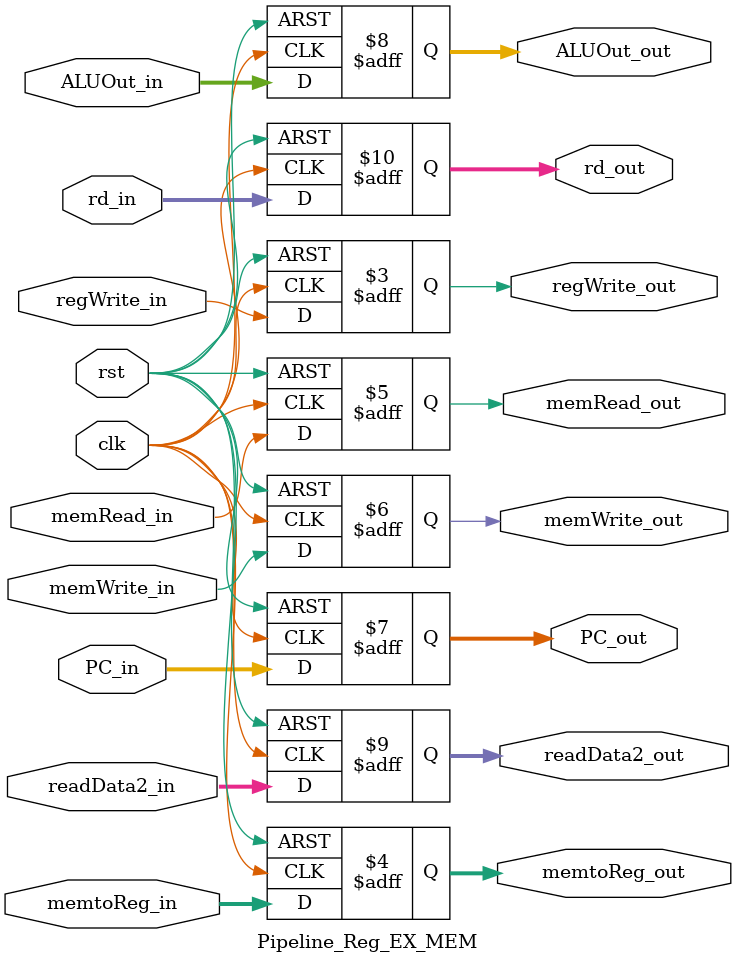
<source format=v>
module Pipeline_Reg_EX_MEM (
	input clk,
	input rst,

	input regWrite_in,
	input [1:0] memtoReg_in,
	input memRead_in,
	input memWrite_in,

	input [31:0] PC_in,
	input [31:0] ALUOut_in,
	input [31:0] readData2_in,
	input [4:0] rd_in,

	output reg regWrite_out,
	output reg [1:0] memtoReg_out,
	output reg memRead_out,
	output reg memWrite_out,

	output reg [31:0] PC_out,
	output reg [31:0] ALUOut_out,
	output reg [31:0] readData2_out,
	output reg [4:0] rd_out
);

	always @(posedge clk, negedge rst) begin
		if (~rst) begin
			regWrite_out <= 0;
			memRead_out  <= 0;
			memWrite_out <= 0;
			memtoReg_out <= 0;

			PC_out <= 0;
			readData2_out <= 0;
			ALUOut_out <= 0;
			rd_out <= 0;
		end
		else begin
			regWrite_out <= regWrite_in;
			memtoReg_out <= memtoReg_in;
			memRead_out  <= memRead_in;
			memWrite_out <= memWrite_in;

			PC_out <= PC_in;
			readData2_out <= readData2_in;
			ALUOut_out <= ALUOut_in;
			rd_out <= rd_in;
		end
	end

endmodule


</source>
